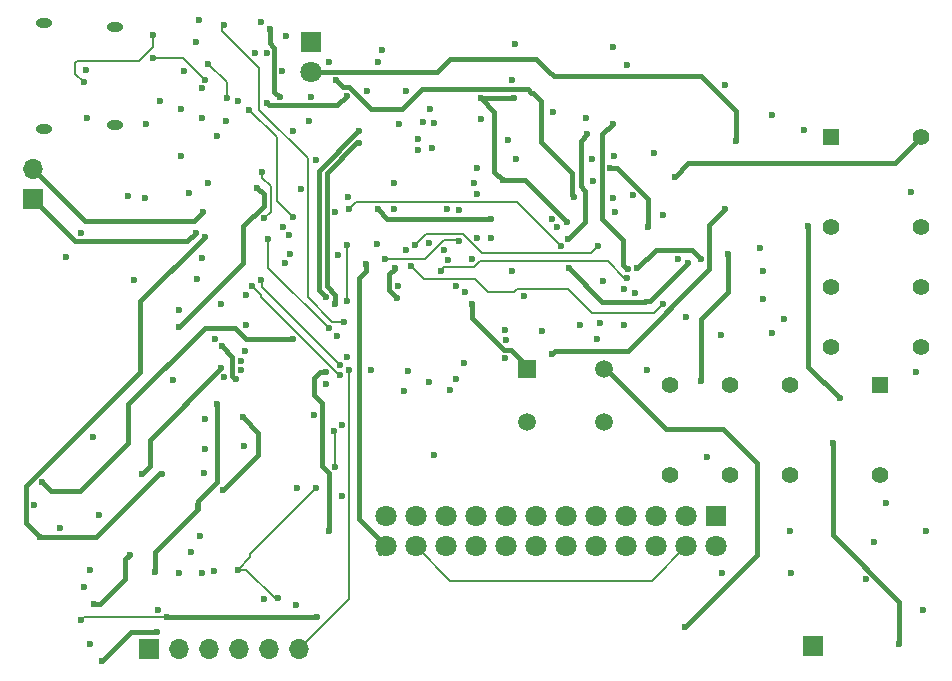
<source format=gbr>
%TF.GenerationSoftware,KiCad,Pcbnew,9.0.0*%
%TF.CreationDate,2025-04-10T22:59:03-04:00*%
%TF.ProjectId,USBLabTool,5553424c-6162-4546-9f6f-6c2e6b696361,2*%
%TF.SameCoordinates,Original*%
%TF.FileFunction,Copper,L3,Inr*%
%TF.FilePolarity,Positive*%
%FSLAX46Y46*%
G04 Gerber Fmt 4.6, Leading zero omitted, Abs format (unit mm)*
G04 Created by KiCad (PCBNEW 9.0.0) date 2025-04-10 22:59:03*
%MOMM*%
%LPD*%
G01*
G04 APERTURE LIST*
%TA.AperFunction,ComponentPad*%
%ADD10R,1.700000X1.700000*%
%TD*%
%TA.AperFunction,ComponentPad*%
%ADD11O,1.700000X1.700000*%
%TD*%
%TA.AperFunction,ComponentPad*%
%ADD12R,1.508000X1.508000*%
%TD*%
%TA.AperFunction,ComponentPad*%
%ADD13C,1.508000*%
%TD*%
%TA.AperFunction,ComponentPad*%
%ADD14R,1.800000X1.800000*%
%TD*%
%TA.AperFunction,ComponentPad*%
%ADD15C,1.800000*%
%TD*%
%TA.AperFunction,ComponentPad*%
%ADD16R,1.400000X1.400000*%
%TD*%
%TA.AperFunction,ComponentPad*%
%ADD17C,1.400000*%
%TD*%
%TA.AperFunction,HeatsinkPad*%
%ADD18O,1.400000X0.800000*%
%TD*%
%TA.AperFunction,ViaPad*%
%ADD19C,0.600000*%
%TD*%
%TA.AperFunction,Conductor*%
%ADD20C,0.400000*%
%TD*%
%TA.AperFunction,Conductor*%
%ADD21C,0.200000*%
%TD*%
G04 APERTURE END LIST*
D10*
%TO.N,+12VA*%
%TO.C,J17*%
X111906000Y-81384000D03*
D11*
%TO.N,-12VA*%
X111906000Y-78844000D03*
%TD*%
D10*
%TO.N,-5V*%
%TO.C,J19*%
X178000000Y-119250000D03*
%TD*%
D12*
%TO.N,NRST*%
%TO.C,SW1*%
X153750000Y-95750000D03*
D13*
X160250000Y-95750000D03*
%TO.N,GND*%
X153750000Y-100250000D03*
X160250000Y-100250000D03*
%TD*%
D14*
%TO.N,Net-(D7-K)*%
%TO.C,D7*%
X135506000Y-68044000D03*
D15*
%TO.N,+5V*%
X135506000Y-70584000D03*
%TD*%
D10*
%TO.N,+3.3V*%
%TO.C,J1*%
X121756000Y-119444000D03*
D11*
%TO.N,DEBUG_JTCK_SWCLK*%
X124296000Y-119444000D03*
%TO.N,GND*%
X126836000Y-119444000D03*
%TO.N,DEBUG_JTMS-SWDI0*%
X129376000Y-119444000D03*
%TO.N,NRST*%
X131916000Y-119444000D03*
%TO.N,DEBUG_JTD-SW0*%
X134456000Y-119444000D03*
%TD*%
D14*
%TO.N,P_CH0_IN*%
%TO.C,J2*%
X169746000Y-108244000D03*
D15*
%TO.N,P_CH1_IN*%
X169746000Y-110784000D03*
%TO.N,GND*%
X167206000Y-108244000D03*
%TO.N,GNDA*%
X167206000Y-110784000D03*
%TO.N,LOGIC_INP7*%
X164666000Y-108244000D03*
%TO.N,LOGIC_INP15*%
X164666000Y-110784000D03*
%TO.N,LOGIC_INP6*%
X162126000Y-108244000D03*
%TO.N,LOGIC_INP14*%
X162126000Y-110784000D03*
%TO.N,LOGIC_INP5*%
X159586000Y-108244000D03*
%TO.N,LOGIC_INP13*%
X159586000Y-110784000D03*
%TO.N,LOGIC_INP4*%
X157046000Y-108244000D03*
%TO.N,LOGIC_INP12*%
X157046000Y-110784000D03*
%TO.N,LOGIC_INP3*%
X154506000Y-108244000D03*
%TO.N,LOGIC_INP11*%
X154506000Y-110784000D03*
%TO.N,LOGIC_INP2*%
X151966000Y-108244000D03*
%TO.N,LOGIC_INP10*%
X151966000Y-110784000D03*
%TO.N,LOGIC_INP1*%
X149426000Y-108244000D03*
%TO.N,LOGIC_INP9*%
X149426000Y-110784000D03*
%TO.N,LOGIC_INP0*%
X146886000Y-108244000D03*
%TO.N,LOGIC_INP8*%
X146886000Y-110784000D03*
%TO.N,GND*%
X144346000Y-108244000D03*
%TO.N,GNDA*%
X144346000Y-110784000D03*
%TO.N,DAC1_OUT1*%
X141806000Y-108244000D03*
%TO.N,DAC1_OUT2*%
X141806000Y-110784000D03*
%TD*%
D16*
%TO.N,GND*%
%TO.C,K2*%
X179506000Y-76144000D03*
D17*
%TO.N,Net-(C10-Pad1)*%
X179506000Y-83764000D03*
%TO.N,Net-(C5-Pad2)*%
X179506000Y-88844000D03*
%TO.N,Net-(C7-Pad2)*%
X179506000Y-93924000D03*
%TO.N,Net-(C7-Pad1)*%
X187126000Y-93924000D03*
%TO.N,Net-(C6-Pad2)*%
X187126000Y-88844000D03*
%TO.N,P_CH0_IN*%
X187126000Y-83764000D03*
%TO.N,CH0_attenuate*%
X187126000Y-76144000D03*
%TD*%
D16*
%TO.N,GND*%
%TO.C,K1*%
X183637250Y-97112750D03*
D17*
%TO.N,Net-(C9-Pad1)*%
X176017250Y-97112750D03*
%TO.N,Net-(C1-Pad2)*%
X170937250Y-97112750D03*
%TO.N,Net-(C3-Pad2)*%
X165857250Y-97112750D03*
%TO.N,Net-(C3-Pad1)*%
X165857250Y-104732750D03*
%TO.N,Net-(C2-Pad2)*%
X170937250Y-104732750D03*
%TO.N,P_CH1_IN*%
X176017250Y-104732750D03*
%TO.N,CH1_attenuate*%
X183637250Y-104732750D03*
%TD*%
D18*
%TO.N,GND*%
%TO.C,J20*%
X112900000Y-66450000D03*
X118850000Y-66810000D03*
X118850000Y-75070000D03*
X112900000Y-75430000D03*
%TD*%
D19*
%TO.N,GNDA*%
X176106000Y-113044000D03*
X128000000Y-106000000D03*
X169000000Y-103250000D03*
X144500000Y-77250000D03*
X157250000Y-84768501D03*
X165275000Y-82725000D03*
X170306000Y-113044000D03*
X159906000Y-91844000D03*
X152750000Y-68250000D03*
X134662735Y-80500000D03*
X163880025Y-95880025D03*
X112500000Y-110000000D03*
X186250000Y-80750000D03*
X152106000Y-76410500D03*
X122862500Y-104612500D03*
X129706000Y-99844000D03*
X173706000Y-89844000D03*
X126475000Y-84550000D03*
X186700000Y-95975000D03*
X147750000Y-88750000D03*
X161004625Y-81254625D03*
X158875000Y-75875000D03*
X173706000Y-87444000D03*
X177250000Y-75500000D03*
X116750000Y-112750000D03*
X140250000Y-72250000D03*
%TO.N,GND*%
X128306000Y-74744000D03*
X114250000Y-109250000D03*
X138106000Y-106550000D03*
X131750000Y-73250000D03*
X136706000Y-97044000D03*
X187275000Y-116200000D03*
X131500000Y-115250000D03*
X116750000Y-119000000D03*
X155000000Y-92500000D03*
X131725000Y-69000000D03*
X145850000Y-103050000D03*
X134306000Y-105844000D03*
X143700000Y-95900000D03*
X153500000Y-89600000D03*
X138500000Y-72650000D03*
X158250000Y-92000000D03*
X138106000Y-100500000D03*
X134200000Y-115775000D03*
X137525000Y-82475000D03*
X144500000Y-76250000D03*
X114750000Y-86250000D03*
X147984129Y-82319430D03*
X147759047Y-96600000D03*
X182425000Y-113500000D03*
X162215975Y-69984025D03*
X129506000Y-95044000D03*
X159325000Y-79875000D03*
X151906000Y-92444000D03*
X116500000Y-74500000D03*
X125712500Y-68037500D03*
X116250000Y-114250000D03*
X187500000Y-109500000D03*
%TO.N,-5V*%
X185250000Y-119000000D03*
X179648511Y-102025372D03*
%TO.N,+5V*%
X123250000Y-116750000D03*
X184150000Y-107075000D03*
X116000000Y-117000000D03*
X136000000Y-116750000D03*
X177550000Y-83650000D03*
X183150000Y-110400000D03*
X180250000Y-98250000D03*
X126250000Y-74500000D03*
X171425000Y-76450000D03*
%TO.N,ADC2_INP3*%
X161095382Y-77754171D03*
X147000000Y-82250000D03*
%TO.N,ADC1_INP0*%
X149106000Y-86444000D03*
X149250000Y-80000000D03*
%TO.N,+3.3VA*%
X164500000Y-77500000D03*
X162750000Y-81000000D03*
X152500000Y-87500000D03*
X141106000Y-82244000D03*
X161195000Y-82500000D03*
X150732493Y-83069000D03*
X142500000Y-80000000D03*
%TO.N,-5VCLEAN*%
X162000000Y-89000000D03*
X137719649Y-86140001D03*
X164000000Y-83750000D03*
X160750000Y-78750000D03*
X149500000Y-78750000D03*
X175500000Y-91500000D03*
X142500000Y-82250000D03*
X126500000Y-100000000D03*
X127842975Y-90230578D03*
%TO.N,RCC_OSC32_IN*%
X151906000Y-94844000D03*
%TO.N,RCC_OSC32_OUT*%
X151956000Y-93294000D03*
%TO.N,+12VA*%
X121125000Y-104625000D03*
X112000000Y-107250000D03*
X127853017Y-95685051D03*
X125706000Y-84244000D03*
X125125000Y-80825000D03*
%TO.N,-12VA*%
X122500000Y-116150000D03*
X127500000Y-98750000D03*
X129106000Y-96644000D03*
X126350000Y-82475000D03*
X122250000Y-112944000D03*
X125900000Y-107379000D03*
X129931000Y-92000000D03*
X127906000Y-93844000D03*
X129931000Y-89490000D03*
%TO.N,+3.3V*%
X132665025Y-115165025D03*
X129505000Y-95844002D03*
X135487500Y-72737500D03*
X145500000Y-96844000D03*
X131975000Y-66950000D03*
X138625000Y-81175000D03*
X135906000Y-105844000D03*
X129250000Y-112750000D03*
X141750000Y-86444000D03*
X132806000Y-72744000D03*
X135693500Y-99656500D03*
X147980999Y-84954051D03*
X135300000Y-74775000D03*
%TO.N,Net-(U13-Vfb1)*%
X120125000Y-111500000D03*
X117100000Y-115675000D03*
%TO.N,Net-(U13-Vfb2)*%
X117750000Y-120500000D03*
X122458026Y-118052024D03*
X126250000Y-113000000D03*
%TO.N,Net-(D8-K)*%
X133906000Y-75644000D03*
%TO.N,Net-(C31-Pad1)*%
X147250000Y-97500000D03*
%TO.N,UCPD_CC1*%
X141175000Y-69750000D03*
%TO.N,UCPD_CC2*%
X133926470Y-82926470D03*
X130211760Y-73798290D03*
X125975000Y-66175000D03*
X130750000Y-69000000D03*
%TO.N,NRST*%
X149106000Y-90244000D03*
X167125000Y-117625000D03*
%TO.N,CH1_attenuate*%
X142750000Y-89750000D03*
X148459047Y-95208599D03*
X142556000Y-87245000D03*
%TO.N,CH0_attenuate*%
X166250000Y-79500000D03*
X148500000Y-89250000D03*
%TO.N,Net-(D5-A)*%
X124250000Y-113000000D03*
%TO.N,Net-(D6-K)*%
X127250000Y-112864000D03*
%TO.N,DEBUG_JTMS-SWDI0*%
X137000000Y-109500000D03*
X136706000Y-96044000D03*
%TO.N,DEBUG_JTD-SW0*%
X143306000Y-97644000D03*
X140506000Y-95844000D03*
X138706000Y-95844000D03*
%TO.N,DEBUG_JTCK_SWCLK*%
X137506000Y-104044000D03*
X137406000Y-101000000D03*
%TO.N,CH0_ACDC*%
X155838696Y-94528754D03*
X170500000Y-71750000D03*
X170500000Y-82250000D03*
%TO.N,DAC1_OUT1*%
X129806000Y-102244000D03*
%TO.N,DAC1_OUT2*%
X140106000Y-86844000D03*
X133306000Y-86744000D03*
%TO.N,CH1_ACDC*%
X159706000Y-93244000D03*
%TO.N,C0_IN*%
X147050000Y-86525000D03*
X117500000Y-108150000D03*
%TO.N,C1_IN*%
X146687500Y-85712500D03*
X121375000Y-81300000D03*
%TO.N,Net-(U3-1Y)*%
X170143500Y-92849939D03*
%TO.N,Net-(U3-2Z)*%
X168491052Y-86419002D03*
X163090575Y-87237812D03*
%TO.N,Net-(U3-3Z)*%
X166506000Y-86419000D03*
X160200661Y-88344001D03*
%TO.N,Net-(U3-4Z)*%
X157306000Y-87244000D03*
X167421658Y-86769707D03*
%TO.N,Net-(U5-1Z)*%
X143500000Y-72244000D03*
%TO.N,Net-(U5-2Z)*%
X142906000Y-75044000D03*
%TO.N,Net-(U5-3Z)*%
X145706000Y-77044000D03*
%TO.N,Net-(U5-4Z)*%
X145906000Y-74944000D03*
%TO.N,TIM2_CH3*%
X156319614Y-83750000D03*
X150706000Y-84644000D03*
%TO.N,Net-(U6-+IN_B)*%
X152806000Y-78001000D03*
%TO.N,TIM2_CH2*%
X149506000Y-84644000D03*
X149505000Y-80919000D03*
%TO.N,Net-(U4-OUT_B)*%
X162895949Y-89344001D03*
X162000000Y-92000000D03*
%TO.N,Net-(U6-OUT_B)*%
X159250000Y-78000000D03*
X155875000Y-83025000D03*
X158750000Y-74500000D03*
%TO.N,TIM1_CH1*%
X133931000Y-93244000D03*
X112705475Y-105284475D03*
X137651470Y-93000000D03*
%TO.N,TIM1_CH2*%
X116006000Y-84244000D03*
X124306000Y-90744000D03*
X129906000Y-94219000D03*
X138500000Y-94750000D03*
%TO.N,/AWG_FrontEnd/C0_FB*%
X126050000Y-109919000D03*
X123781000Y-96719000D03*
%TO.N,/AWG_FrontEnd/C1_FB*%
X124306000Y-92244000D03*
X130925000Y-80400000D03*
%TO.N,/AWG_FrontEnd/C0_OUT_G*%
X125306000Y-111244000D03*
X117000000Y-101500000D03*
%TO.N,/AWG_FrontEnd/C1_OUT_G*%
X120506000Y-88244000D03*
X126750000Y-80000000D03*
%TO.N,Net-(U9D--)*%
X126437500Y-104562500D03*
X126500000Y-102500000D03*
%TO.N,Net-(U10C--)*%
X125831000Y-88109000D03*
X126275000Y-86325000D03*
%TO.N,UCPD_FLT*%
X131250000Y-66344000D03*
X127500000Y-76000000D03*
X131831000Y-84764072D03*
X136950735Y-92299265D03*
%TO.N,Net-(U17-VBUS_CTRL)*%
X126250000Y-72000000D03*
%TO.N,CH1_amp_10*%
X156675477Y-85355472D03*
X138707000Y-82245000D03*
%TO.N,CH1_amp_5*%
X143551190Y-85703747D03*
X146450000Y-87450000D03*
X162200987Y-88044252D03*
%TO.N,CH1_amp_1*%
X159778337Y-85382393D03*
X144274860Y-85273670D03*
%TO.N,CH1_amp_2.5*%
X141049265Y-85200735D03*
X165306000Y-90219000D03*
X143906000Y-87045000D03*
%TO.N,CH0_amp_1*%
X133625000Y-84375000D03*
X145506000Y-73744000D03*
%TO.N,CH0_amp_5*%
X137506000Y-90244000D03*
X139506000Y-76644000D03*
%TO.N,CH0_amp_2.5*%
X136706000Y-89644000D03*
X139506000Y-75644000D03*
%TO.N,CH0_amp_10*%
X144937871Y-74812129D03*
X133706000Y-86044000D03*
%TO.N,GAIN_C1*%
X127306000Y-93244000D03*
X145500000Y-85100000D03*
%TO.N,GAIN_C0*%
X142806000Y-88744000D03*
X128106000Y-96444000D03*
%TO.N,USCPD_DBn*%
X138250000Y-91750000D03*
X128125000Y-66600000D03*
%TO.N,Net-(C31-Pad2)*%
X138500000Y-90000000D03*
X138500000Y-85250000D03*
%TO.N,Net-(Q1-G)*%
X129325000Y-73025000D03*
%TO.N,+5VCLEAN*%
X170750000Y-86000000D03*
X151720976Y-79786570D03*
X157175000Y-83350000D03*
X176000000Y-109500000D03*
X149825000Y-72789047D03*
X168500000Y-96750000D03*
X152620236Y-72775000D03*
%TO.N,Net-(U4-+IN_A)*%
X174500000Y-92750000D03*
%TO.N,Net-(C10-Pad1)*%
X174500000Y-74250000D03*
%TO.N,Net-(U6-+IN_A)*%
X161000000Y-68500000D03*
%TO.N,Net-(U15-VO)*%
X135906000Y-78044000D03*
%TO.N,USB_D+*%
X122706000Y-73044000D03*
X124750000Y-70500000D03*
X137900325Y-96248375D03*
X124500000Y-73763762D03*
X130500000Y-88750000D03*
%TO.N,USB_D-*%
X137906000Y-95444000D03*
X116450000Y-70450000D03*
X121500000Y-75000000D03*
X131250000Y-88250000D03*
%TO.N,Net-(U8--)*%
X155995227Y-73995028D03*
%TO.N,Net-(C19-Pad1)*%
X161000000Y-75000000D03*
X162290657Y-87249293D03*
%TO.N,Net-(U6-OUT_A)*%
X152500000Y-71250000D03*
X149876000Y-74586500D03*
%TO.N,Net-(U4-OUT_A)*%
X173500000Y-85500000D03*
X167230265Y-91319735D03*
%TO.N,Net-(D10-A)*%
X133350000Y-67600000D03*
X124500000Y-77750000D03*
X137575000Y-71275000D03*
X137025000Y-69750000D03*
X126775000Y-69925000D03*
X157775000Y-81225000D03*
X128350000Y-72850000D03*
%TO.N,Net-(J20-CC1)*%
X133000000Y-70500000D03*
X126500000Y-71250000D03*
X122075031Y-69391809D03*
%TO.N,Net-(J20-CC2)*%
X116250000Y-71500000D03*
X122075000Y-67450000D03*
%TO.N,Net-(U12-PB13)*%
X131525000Y-83000000D03*
X141450000Y-68725000D03*
X131300000Y-79075000D03*
%TO.N,Net-(U12-PB14)*%
X119975000Y-81075000D03*
X133100000Y-83775000D03*
%TD*%
D20*
%TO.N,GNDA*%
X111299000Y-105701000D02*
X111299000Y-108799000D01*
X158701000Y-83317501D02*
X157250000Y-84768501D01*
X158290364Y-76459636D02*
X158290364Y-80299000D01*
D21*
X164314972Y-113675028D02*
X167206000Y-110784000D01*
D20*
X158290364Y-80299000D02*
X158701000Y-80709636D01*
X131000000Y-101138000D02*
X131000000Y-103000000D01*
X158875000Y-75875000D02*
X158290364Y-76459636D01*
X131000000Y-103000000D02*
X128000000Y-106000000D01*
X117250000Y-110000000D02*
X112500000Y-110000000D01*
X113830000Y-103170000D02*
X111299000Y-105701000D01*
X129706000Y-99844000D02*
X131000000Y-101138000D01*
X111299000Y-108799000D02*
X112500000Y-110000000D01*
X126475000Y-84550000D02*
X121000000Y-90025000D01*
X122862500Y-104612500D02*
X122637500Y-104612500D01*
X121000000Y-96000000D02*
X114000000Y-103000000D01*
D21*
X147237028Y-113675028D02*
X164314972Y-113675028D01*
D20*
X122637500Y-104612500D02*
X117250000Y-110000000D01*
D21*
X144346000Y-110784000D02*
X147237028Y-113675028D01*
D20*
X121000000Y-90025000D02*
X121000000Y-96000000D01*
X158701000Y-80709636D02*
X158701000Y-83317501D01*
%TO.N,GND*%
X131945000Y-73445000D02*
X137705000Y-73445000D01*
X131750000Y-73250000D02*
X131945000Y-73445000D01*
X137705000Y-73445000D02*
X138506000Y-72644000D01*
%TO.N,-5V*%
X185250000Y-119000000D02*
X185250000Y-115446773D01*
X179648511Y-109845284D02*
X179648511Y-102025372D01*
X185250000Y-115446773D02*
X179648511Y-109845284D01*
D21*
%TO.N,+5V*%
X116250000Y-116750000D02*
X116000000Y-117000000D01*
D20*
X123250000Y-116750000D02*
X136000000Y-116750000D01*
X177550000Y-95550000D02*
X180250000Y-98250000D01*
X155512500Y-70487500D02*
X156000000Y-70975000D01*
X146166000Y-70584000D02*
X147250000Y-69500000D01*
X154525000Y-69500000D02*
X155512500Y-70487500D01*
X168475000Y-70975000D02*
X156000000Y-70975000D01*
D21*
X123250000Y-116750000D02*
X116250000Y-116750000D01*
D20*
X135506000Y-70584000D02*
X146166000Y-70584000D01*
X177550000Y-83650000D02*
X177550000Y-95550000D01*
X147250000Y-69500000D02*
X154525000Y-69500000D01*
X171425000Y-76450000D02*
X171425000Y-73925000D01*
X171425000Y-73925000D02*
X168475000Y-70975000D01*
%TO.N,+3.3VA*%
X141931000Y-83069000D02*
X141106000Y-82244000D01*
X150732493Y-83069000D02*
X141931000Y-83069000D01*
%TO.N,-5VCLEAN*%
X161378227Y-78750000D02*
X164000000Y-81371773D01*
X164000000Y-81371773D02*
X164000000Y-83750000D01*
X160750000Y-78750000D02*
X161378227Y-78750000D01*
%TO.N,+12VA*%
X125005000Y-84945000D02*
X115467000Y-84945000D01*
X115467000Y-84945000D02*
X111906000Y-81384000D01*
X121800000Y-101738068D02*
X127853017Y-95685051D01*
X125706000Y-84244000D02*
X125005000Y-84945000D01*
X121800000Y-103950000D02*
X121800000Y-101738068D01*
X121125000Y-104625000D02*
X121800000Y-103950000D01*
%TO.N,-12VA*%
X125900000Y-107379000D02*
X125900000Y-106901000D01*
X126350000Y-82475000D02*
X125575000Y-83250000D01*
X116312000Y-83250000D02*
X111906000Y-78844000D01*
X127906000Y-93844000D02*
X128810318Y-94748318D01*
X128810318Y-94748318D02*
X128805000Y-94753636D01*
X125900000Y-107379000D02*
X125900000Y-107600000D01*
X125900000Y-107600000D02*
X122250000Y-111250000D01*
X127500000Y-105301000D02*
X127500000Y-98750000D01*
X128805000Y-94753636D02*
X128805000Y-96343000D01*
X122250000Y-111250000D02*
X122250000Y-112944000D01*
X125575000Y-83250000D02*
X116312000Y-83250000D01*
X128805000Y-96343000D02*
X129106000Y-96644000D01*
X125900000Y-106901000D02*
X127500000Y-105301000D01*
D21*
%TO.N,+3.3V*%
X129250000Y-112750000D02*
X130320735Y-111679265D01*
X130320735Y-111679265D02*
X130320735Y-111429265D01*
X129250000Y-112750000D02*
X130000000Y-112750000D01*
D20*
X132375000Y-68563000D02*
X132375000Y-72313000D01*
D21*
X130320735Y-111429265D02*
X135906000Y-105844000D01*
X130000000Y-112750000D02*
X132415025Y-115165025D01*
D20*
X132375000Y-72313000D02*
X132806000Y-72744000D01*
D21*
X132415025Y-115165025D02*
X132665025Y-115165025D01*
D20*
X131975000Y-68163000D02*
X132375000Y-68563000D01*
D21*
X147851948Y-84825000D02*
X147980999Y-84954051D01*
X141750000Y-86444000D02*
X145106000Y-86444000D01*
X146725000Y-84825000D02*
X147851948Y-84825000D01*
D20*
X131975000Y-66950000D02*
X131975000Y-68163000D01*
D21*
X145106000Y-86444000D02*
X146725000Y-84825000D01*
D20*
%TO.N,Net-(U13-Vfb1)*%
X120125000Y-111500000D02*
X119750000Y-111875000D01*
X117575000Y-115675000D02*
X117100000Y-115675000D01*
X119750000Y-113500000D02*
X117575000Y-115675000D01*
X119750000Y-111875000D02*
X119750000Y-113500000D01*
%TO.N,Net-(U13-Vfb2)*%
X122406002Y-118000000D02*
X120250000Y-118000000D01*
X120250000Y-118000000D02*
X117750000Y-120500000D01*
X122458026Y-118052024D02*
X122406002Y-118000000D01*
D21*
%TO.N,UCPD_CC2*%
X132556000Y-81556000D02*
X132556000Y-76142530D01*
X132556000Y-76142530D02*
X130211760Y-73798290D01*
X133926470Y-82926470D02*
X132556000Y-81556000D01*
D20*
%TO.N,NRST*%
X152393000Y-94143000D02*
X151813636Y-94143000D01*
X165506000Y-100844000D02*
X160375000Y-95713000D01*
X153806000Y-95644000D02*
X153806000Y-95556000D01*
X151813636Y-94143000D02*
X149106000Y-91435364D01*
X173250000Y-103750000D02*
X170344000Y-100844000D01*
X149106000Y-91435364D02*
X149106000Y-90244000D01*
X173250000Y-111500000D02*
X173250000Y-103750000D01*
X170344000Y-100844000D02*
X165506000Y-100844000D01*
X160375000Y-95713000D02*
X160375000Y-95625000D01*
X153806000Y-95556000D02*
X152393000Y-94143000D01*
X167125000Y-117625000D02*
X173250000Y-111500000D01*
%TO.N,CH1_attenuate*%
X142556000Y-87294000D02*
X142556000Y-87245000D01*
X142106000Y-87744000D02*
X142556000Y-87294000D01*
X142106000Y-89106000D02*
X142106000Y-87744000D01*
X142750000Y-89750000D02*
X142106000Y-89106000D01*
%TO.N,CH0_attenuate*%
X166250000Y-79500000D02*
X167406824Y-78343176D01*
X184926824Y-78343176D02*
X187126000Y-76144000D01*
X167406824Y-78343176D02*
X184926824Y-78343176D01*
%TO.N,DEBUG_JTMS-SWDI0*%
X137000000Y-109500000D02*
X137000000Y-104529364D01*
X136206000Y-96044000D02*
X136706000Y-96044000D01*
X136415636Y-103945000D02*
X136415636Y-98665636D01*
X137000000Y-104529364D02*
X136415636Y-103945000D01*
X135750000Y-96500000D02*
X136206000Y-96044000D01*
X136415636Y-98665636D02*
X135750000Y-98000000D01*
X135750000Y-98000000D02*
X135750000Y-96500000D01*
D21*
%TO.N,DEBUG_JTD-SW0*%
X138706000Y-115194000D02*
X134456000Y-119444000D01*
X138706000Y-95844000D02*
X138706000Y-115194000D01*
%TO.N,DEBUG_JTCK_SWCLK*%
X137506000Y-101100000D02*
X137406000Y-101000000D01*
X137506000Y-104044000D02*
X137506000Y-101100000D01*
D20*
%TO.N,CH0_ACDC*%
X156124450Y-94243000D02*
X155838696Y-94528754D01*
X170500000Y-82250000D02*
X169192052Y-83557948D01*
X169192052Y-83557948D02*
X169192052Y-87324312D01*
X169192052Y-87324312D02*
X162273364Y-94243000D01*
X162273364Y-94243000D02*
X156124450Y-94243000D01*
%TO.N,DAC1_OUT2*%
X141806000Y-110784000D02*
X139506000Y-108484000D01*
X140106000Y-86844000D02*
X140106000Y-87444000D01*
X140106000Y-87444000D02*
X139506000Y-88044000D01*
X141284000Y-111306000D02*
X141806000Y-110784000D01*
X139506000Y-108484000D02*
X139506000Y-88044000D01*
%TO.N,Net-(U3-2Z)*%
X167716050Y-85644000D02*
X168491052Y-86419002D01*
X164684387Y-85644000D02*
X167716050Y-85644000D01*
X163090575Y-87237812D02*
X164684387Y-85644000D01*
%TO.N,Net-(U3-4Z)*%
X157306000Y-87244000D02*
X160107001Y-90045001D01*
X163704999Y-90045001D02*
X163750000Y-90000000D01*
X163750000Y-90000000D02*
X164191365Y-90000000D01*
X164191365Y-90000000D02*
X167421658Y-86769707D01*
X160107001Y-90045001D02*
X163704999Y-90045001D01*
%TO.N,TIM1_CH1*%
X112705475Y-105284475D02*
X113490000Y-106069000D01*
X129000000Y-92250000D02*
X129994000Y-93244000D01*
X126510000Y-92250000D02*
X129000000Y-92250000D01*
X115931000Y-106069000D02*
X120000000Y-102000000D01*
X113490000Y-106069000D02*
X115931000Y-106069000D01*
X120000000Y-98760000D02*
X126510000Y-92250000D01*
X129994000Y-93244000D02*
X133931000Y-93244000D01*
X120000000Y-102000000D02*
X120000000Y-98760000D01*
%TO.N,/AWG_FrontEnd/C1_FB*%
X131500000Y-80975000D02*
X131500000Y-81940000D01*
X130925000Y-80400000D02*
X131500000Y-80975000D01*
X131500000Y-81940000D02*
X129750000Y-83690000D01*
X129750000Y-83690000D02*
X129750000Y-86800000D01*
X129750000Y-86800000D02*
X124306000Y-92244000D01*
D21*
%TO.N,UCPD_FLT*%
X136950735Y-92299265D02*
X131831000Y-87179530D01*
X131831000Y-87179530D02*
X131831000Y-84764072D01*
%TO.N,CH1_amp_10*%
X152906000Y-81644000D02*
X139308000Y-81644000D01*
X156635772Y-85373772D02*
X152906000Y-81644000D01*
X156657177Y-85373772D02*
X156635772Y-85373772D01*
X139308000Y-81644000D02*
X138707000Y-82245000D01*
X156675477Y-85355472D02*
X156657177Y-85373772D01*
%TO.N,CH1_amp_5*%
X149756943Y-86643000D02*
X160600823Y-86643000D01*
X149249943Y-87150000D02*
X149756943Y-86643000D01*
X146450000Y-87450000D02*
X146750000Y-87150000D01*
X146750000Y-87150000D02*
X149249943Y-87150000D01*
X160600823Y-86643000D02*
X162002075Y-88044252D01*
X162002075Y-88044252D02*
X162200987Y-88044252D01*
%TO.N,CH1_amp_1*%
X149968529Y-85956472D02*
X159204258Y-85956472D01*
X148365108Y-84353051D02*
X149968529Y-85956472D01*
X159204258Y-85956472D02*
X159778337Y-85382393D01*
X145195479Y-84353051D02*
X148365108Y-84353051D01*
X144274860Y-85273670D02*
X145195479Y-84353051D01*
%TO.N,CH1_amp_2.5*%
X143906000Y-87045000D02*
X145011000Y-88150000D01*
X150450000Y-89250000D02*
X152664281Y-89250000D01*
X164525000Y-91000000D02*
X165306000Y-90219000D01*
X159262000Y-91000000D02*
X164525000Y-91000000D01*
X152914281Y-89000000D02*
X157262000Y-89000000D01*
X149350000Y-88150000D02*
X150450000Y-89250000D01*
X152664281Y-89250000D02*
X152914281Y-89000000D01*
X145011000Y-88150000D02*
X149350000Y-88150000D01*
X157262000Y-89000000D02*
X159262000Y-91000000D01*
D20*
%TO.N,CH0_amp_5*%
X139506000Y-76644000D02*
X139305999Y-76644000D01*
X137506000Y-89452636D02*
X137506000Y-90244000D01*
X136805000Y-79144999D02*
X136805000Y-88751636D01*
X139305999Y-76644000D02*
X136805000Y-79144999D01*
X136805000Y-88751636D02*
X137506000Y-89452636D01*
%TO.N,CH0_amp_2.5*%
X136106000Y-89044000D02*
X136706000Y-89644000D01*
X139506000Y-75644000D02*
X139481000Y-75644000D01*
X136106000Y-79019000D02*
X136106000Y-89044000D01*
X139481000Y-75644000D02*
X136106000Y-79019000D01*
D21*
%TO.N,USCPD_DBn*%
X137250000Y-91750000D02*
X138250000Y-91750000D01*
X131075000Y-73813000D02*
X135182735Y-77920735D01*
X127900000Y-67125000D02*
X131075000Y-70300000D01*
X135182735Y-89682735D02*
X137250000Y-91750000D01*
X135182735Y-77920735D02*
X135182735Y-89682735D01*
X128125000Y-66600000D02*
X127900000Y-66825000D01*
X127900000Y-66825000D02*
X127900000Y-67125000D01*
X131075000Y-70300000D02*
X131075000Y-73813000D01*
%TO.N,Net-(C31-Pad2)*%
X138500000Y-90000000D02*
X138500000Y-85250000D01*
D20*
%TO.N,+5VCLEAN*%
X149825000Y-72789047D02*
X149839047Y-72775000D01*
X151720976Y-79786570D02*
X151000000Y-79065594D01*
X151000000Y-79065594D02*
X151000000Y-73964047D01*
X151000000Y-73964047D02*
X149825000Y-72789047D01*
X168500000Y-96750000D02*
X168500000Y-91500000D01*
X157175000Y-83333636D02*
X157175000Y-83350000D01*
X151720976Y-79786570D02*
X151757546Y-79750000D01*
X170750000Y-89250000D02*
X170750000Y-86000000D01*
X151757546Y-79750000D02*
X153591364Y-79750000D01*
X153591364Y-79750000D02*
X157175000Y-83333636D01*
X149839047Y-72775000D02*
X152620236Y-72775000D01*
X168500000Y-91500000D02*
X170750000Y-89250000D01*
D21*
%TO.N,USB_D+*%
X137860432Y-96248375D02*
X137900325Y-96248375D01*
X131256057Y-89506057D02*
X131256057Y-89644000D01*
X131256057Y-89644000D02*
X137860432Y-96248375D01*
X130500000Y-88750000D02*
X131256057Y-89506057D01*
%TO.N,USB_D-*%
X131305999Y-88305999D02*
X131305999Y-88844000D01*
X131305999Y-88844000D02*
X137906000Y-95444000D01*
X131250000Y-88250000D02*
X131305999Y-88305999D01*
D20*
%TO.N,Net-(C19-Pad1)*%
X161000000Y-75000000D02*
X160106000Y-75894000D01*
X161906000Y-86958227D02*
X162197066Y-87249293D01*
X162197066Y-87249293D02*
X162290657Y-87249293D01*
X161906000Y-84844000D02*
X161906000Y-86958227D01*
X160106000Y-83044000D02*
X161906000Y-84844000D01*
X160106000Y-75894000D02*
X160106000Y-83044000D01*
%TO.N,Net-(D10-A)*%
X143175000Y-73725000D02*
X144850000Y-72050000D01*
X138150000Y-71850000D02*
X138700000Y-71850000D01*
X153825000Y-72050000D02*
X154125000Y-72350000D01*
X157550000Y-81000000D02*
X157775000Y-81225000D01*
X157550000Y-79150000D02*
X157550000Y-81000000D01*
X154125000Y-72350000D02*
X154225000Y-72350000D01*
X140575000Y-73725000D02*
X143175000Y-73725000D01*
D21*
X128350000Y-71500000D02*
X128350000Y-72850000D01*
D20*
X154975000Y-76575000D02*
X157550000Y-79150000D01*
X154975000Y-73100000D02*
X154975000Y-76575000D01*
X154225000Y-72350000D02*
X154975000Y-73100000D01*
D21*
X126775000Y-69925000D02*
X128350000Y-71500000D01*
D20*
X144850000Y-72050000D02*
X153825000Y-72050000D01*
X137575000Y-71275000D02*
X138150000Y-71850000D01*
X138700000Y-71850000D02*
X140575000Y-73725000D01*
D21*
%TO.N,Net-(J20-CC1)*%
X126500000Y-71250000D02*
X124641809Y-69391809D01*
X124641809Y-69391809D02*
X122075031Y-69391809D01*
%TO.N,Net-(J20-CC2)*%
X121750000Y-68800000D02*
X122075000Y-68475000D01*
X115500000Y-70700000D02*
X115500000Y-69825000D01*
X120900000Y-69650000D02*
X121750000Y-68800000D01*
X115500000Y-70750000D02*
X115500000Y-70700000D01*
X116250000Y-71500000D02*
X115500000Y-70750000D01*
X115675000Y-69650000D02*
X120900000Y-69650000D01*
X122075000Y-68475000D02*
X122075000Y-67525000D01*
X115500000Y-69825000D02*
X115675000Y-69650000D01*
%TO.N,Net-(U12-PB13)*%
X131300000Y-79075000D02*
X131300000Y-79550000D01*
X132050000Y-82475000D02*
X131525000Y-83000000D01*
X132050000Y-80300000D02*
X132050000Y-82475000D01*
X131300000Y-79550000D02*
X132050000Y-80300000D01*
%TD*%
M02*

</source>
